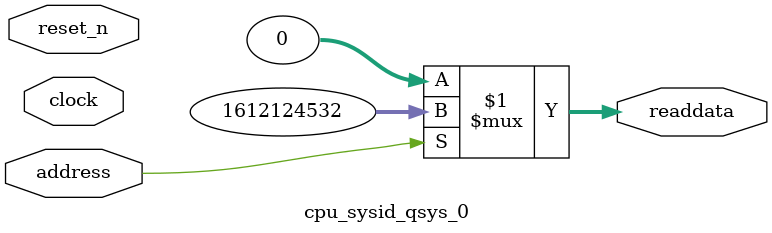
<source format=v>



// synthesis translate_off
`timescale 1ns / 1ps
// synthesis translate_on

// turn off superfluous verilog processor warnings 
// altera message_level Level1 
// altera message_off 10034 10035 10036 10037 10230 10240 10030 

module cpu_sysid_qsys_0 (
               // inputs:
                address,
                clock,
                reset_n,

               // outputs:
                readdata
             )
;

  output  [ 31: 0] readdata;
  input            address;
  input            clock;
  input            reset_n;

  wire    [ 31: 0] readdata;
  //control_slave, which is an e_avalon_slave
  assign readdata = address ? 1612124532 : 0;

endmodule



</source>
